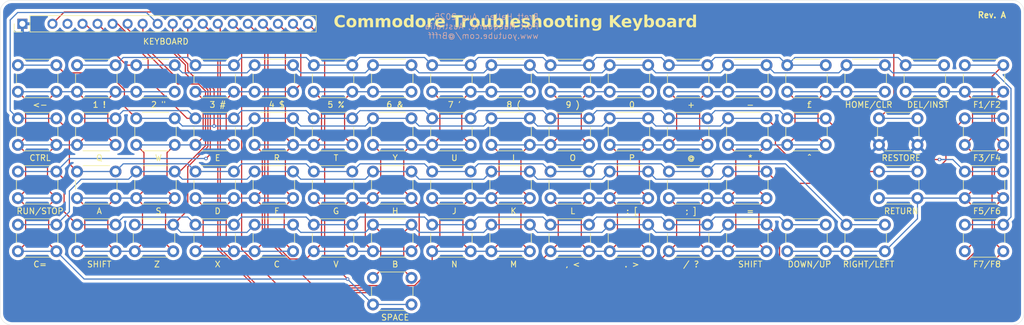
<source format=kicad_pcb>
(kicad_pcb (version 20241229) (generator "pcbnew") (generator_version "9.0")
  (title_block (title "VIC-20 Mini Tactile Keyboard (6mm)") (date "2/Aug/2025") (rev "A") (company "Brett Hallen") (comment 1 "www.youtube.com/@Brfff"))
  (layers (0 "F.Cu" signal) (2 "B.Cu" signal) (13 "F.Paste" user) (15 "B.Paste" user) (5 "F.SilkS" user "F.Silkscreen") (7 "B.SilkS" user "B.Silkscreen") (1 "F.Mask" user) (3 "B.Mask" user) (25 "Edge.Cuts" user))
  (net 0 "")
  (net 1 "GND")
  (net 2 "RESTORE")
  (net 3 "COL_C")
  (net 4 "COL_G")
  (net 5 "COL_D")
  (net 6 "ROW_6")
  (net 7 "ROW_1")
  (net 8 "ROW_0")
  (net 9 "COL_B")
  (net 10 "ROW_7")
  (net 11 "COL_A")
  (net 12 "COL_F")
  (net 13 "ROW_2")
  (net 14 "ROW_4")
  (net 15 "COL_H")
  (net 16 "ROW_3")
  (net 17 "COL_E")
  (net 18 "ROW_5")
  (footprint "Button_Switch_THT:SW_PUSH_6mm" (layer "F.Cu") (at 41.96 52.38)
    (property "Reference" "SW59" (hide yes))
    (property "Value" "W")
  )
  (footprint "Button_Switch_THT:SW_PUSH_6mm" (layer "F.Cu") (at 51.96 61.38)
    (property "Reference" "SW54" (hide yes))
    (property "Value" "D")
  )
  (footprint "Button_Switch_THT:SW_PUSH_6mm" (layer "F.Cu") (at 81.96 43.38)
    (property "Reference" "SW34" (hide yes))
    (property "Value" "6 &")
  )
  (footprint "Button_Switch_THT:SW_PUSH_6mm" (layer "F.Cu") (at 41.71 70.38)
    (property "Reference" "SW47" (hide yes))
    (property "Value" "Z")
  )
  (footprint "Button_Switch_THT:SW_PUSH_6mm" (layer "F.Cu") (at 141.96 70.38)
    (property "Reference" "SW12" (hide yes))
    (property "Value" "SHIFT")
  )
  (footprint "Button_Switch_THT:SW_PUSH_6mm" (layer "F.Cu") (at 71.96 52.38)
    (property "Reference" "SW38" (hide yes))
    (property "Value" "T")
  )
  (footprint "Button_Switch_THT:SW_PUSH_6mm" (layer "F.Cu") (at 61.96 52.38)
    (property "Reference" "SW58" (hide yes))
    (property "Value" "R")
  )
  (footprint "Button_Switch_THT:SW_PUSH_6mm" (layer "F.Cu") (at 21.96 70.38)
    (property "Reference" "SW41" (hide yes))
    (property "Value" "C=")
  )
  (footprint "Button_Switch_THT:SW_PUSH_6mm" (layer "F.Cu") (at 161.96 43.38)
    (property "Reference" "SW9" (hide yes))
    (property "Value" "HOME/CLR")
  )
  (footprint "Button_Switch_THT:SW_PUSH_6mm" (layer "F.Cu") (at 81.96 79.38)
    (property "Reference" "SW45" (hide yes))
    (property "Value" "SPACE")
  )
  (footprint "Button_Switch_THT:SW_PUSH_6mm" (layer "F.Cu") (at 81.96 52.38)
    (property "Reference" "SW60" (hide yes))
    (property "Value" "Y")
  )
  (footprint "Button_Switch_THT:SW_PUSH_6mm" (layer "F.Cu") (at 131.96 52.38)
    (property "Reference" "SW20" (hide yes))
    (property "Value" "@")
  )
  (footprint "Button_Switch_THT:SW_PUSH_6mm" (layer "F.Cu") (at 131.96 43.38)
    (property "Reference" "SW32" (hide yes))
    (property "Value" "+")
  )
  (footprint "Button_Switch_THT:SW_PUSH_6mm" (layer "F.Cu") (at 81.96 61.38)
    (property "Reference" "SW44" (hide yes))
    (property "Value" "H")
  )
  (footprint "Button_Switch_THT:SW_PUSH_6mm" (layer "F.Cu") (at 71.96 61.38)
    (property "Reference" "SW56" (hide yes))
    (property "Value" "G")
  )
  (footprint "Button_Switch_THT:SW_PUSH_6mm" (layer "F.Cu") (at 141.96 52.38)
    (property "Reference" "SW15" (hide yes))
    (property "Value" "*")
  )
  (footprint "Button_Switch_THT:SW_PUSH_6mm" (layer "F.Cu") (at 121.96 43.38)
    (property "Reference" "SW17" (hide yes))
    (property "Value" "0")
  )
  (footprint "Button_Switch_THT:SW_PUSH_6mm" (layer "F.Cu") (at 71.96 70.38)
    (property "Reference" "SW52" (hide yes))
    (property "Value" "V")
  )
  (footprint "Button_Switch_THT:SW_PUSH_6mm" (layer "F.Cu") (at 171.96 43.38)
    (property "Reference" "SW8" (hide yes))
    (property "Value" "DEL/INST")
  )
  (footprint "Button_Switch_THT:SW_PUSH_6mm" (layer "F.Cu") (at 131.96 70.38)
    (property "Reference" "SW13" (hide yes))
    (property "Value" "/ ?")
  )
  (footprint "Button_Switch_THT:SW_PUSH_6mm" (layer "F.Cu") (at 31.96 43.38)
    (property "Reference" "SW61" (hide yes))
    (property "Value" "1 !")
  )
  (footprint "Button_Switch_THT:SW_PUSH_6mm" (layer "F.Cu") (at 181.96 70.38)
    (property "Reference" "SW1" (hide yes))
    (property "Value" "F7/F8")
  )
  (footprint "Connector_PinHeader_2.54mm:PinHeader_1x20_P2.54mm_Vertical" (layer "F.Cu") (at 22.72 36.38 90)
    (property "Reference" "J1" (hide yes))
    (property "Value" "KEYBOARD")
  )
  (footprint "Button_Switch_THT:SW_PUSH_6mm" (layer "F.Cu") (at 101.96 43.38)
    (property "Reference" "SW36" (hide yes))
    (property "Value" "8 (")
  )
  (footprint "Button_Switch_THT:SW_PUSH_6mm" (layer "F.Cu") (at 101.96 61.38)
    (property "Reference" "SW21" (hide yes))
    (property "Value" "K")
  )
  (footprint "Button_Switch_THT:SW_PUSH_6mm" (layer "F.Cu") (at 111.96 61.38)
    (property "Reference" "SW28" (hide yes))
    (property "Value" "L")
  )
  (footprint "Button_Switch_THT:SW_PUSH_6mm" (layer "F.Cu") (at 51.96 52.38)
    (property "Reference" "SW39" (hide yes))
    (property "Value" "E")
  )
  (footprint "Button_Switch_THT:SW_PUSH_6mm" (layer "F.Cu") (at 141.96 43.38)
    (property "Reference" "SW18" (hide yes))
    (property "Value" "-")
  )
  (footprint "Button_Switch_THT:SW_PUSH_6mm" (layer "F.Cu") (at 91.96 70.38)
    (property "Reference" "SW25" (hide yes))
    (property "Value" "N")
  )
  (footprint "Button_Switch_THT:SW_PUSH_6mm" (layer "F.Cu") (at 31.96 70.38)
    (property "Reference" "SW51" (hide yes))
    (property "Value" "SHIFT")
  )
  (footprint "Button_Switch_THT:SW_PUSH_6mm" (layer "F.Cu") (at 121.96 61.38)
    (property "Reference" "SW22" (hide yes))
    (property "Value" ": [")
  )
  (footprint "Button_Switch_THT:SW_PUSH_6mm" (layer "F.Cu") (at 167.46 61.38)
    (property "Reference" "SW7" (hide yes))
    (property "Value" "RETURN")
  )
  (footprint "Button_Switch_THT:SW_PUSH_6mm" (layer "F.Cu") (at 111.96 52.38)
    (property "Reference" "SW19" (hide yes))
    (property "Value" "O")
  )
  (footprint "Button_Switch_THT:SW_PUSH_6mm" (layer "F.Cu") (at 131.96 61.38)
    (property "Reference" "SW14" (hide yes))
    (property "Value" "; ]")
  )
  (footprint "Button_Switch_THT:SW_PUSH_6mm" (layer "F.Cu") (at 151.96 52.38)
    (property "Reference" "SW10" (hide yes))
    (property "Value" "^")
  )
  (footprint "Button_Switch_THT:SW_PUSH_6mm" (layer "F.Cu") (at 21.96 43.38)
    (property "Reference" "SW57" (hide yes))
    (property "Value" "<-")
  )
  (footprint "Button_Switch_THT:SW_PUSH_6mm" (layer "F.Cu") (at 121.96 70.38)
    (property "Reference" "SW24" (hide yes))
    (property "Value" ". >")
  )
  (footprint "Button_Switch_THT:SW_PUSH_6mm" (layer "F.Cu") (at 61.96 61.38)
    (property "Reference" "SW42" (hide yes))
    (property "Value" "F")
  )
  (footprint "Button_Switch_THT:SW_PUSH_6mm" (layer "F.Cu") (at 91.96 61.38)
    (property "Reference" "SW27" (hide yes))
    (property "Value" "J")
  )
  (footprint "Button_Switch_THT:SW_PUSH_6mm" (layer "F.Cu") (at 81.96 70.38)
    (property "Reference" "SW48" (hide yes))
    (property "Value" "B")
  )
  (footprint "Button_Switch_THT:SW_PUSH_6mm" (layer "F.Cu") (at 167.46 52.38)
    (property "Reference" "SW65" (hide yes))
    (property "Value" "RESTORE")
  )
  (footprint "Button_Switch_THT:SW_PUSH_6mm" (layer "F.Cu") (at 101.96 52.38)
    (property "Reference" "SW29" (hide yes))
    (property "Value" "I")
  )
  (footprint "Button_Switch_THT:SW_PUSH_6mm" (layer "F.Cu") (at 41.96 61.38)
    (property "Reference" "SW43" (hide yes))
    (property "Value" "S")
  )
  (footprint "Button_Switch_THT:SW_PUSH_6mm" (layer "F.Cu") (at 31.96 61.38)
    (property "Reference" "SW55" (hide yes))
    (property "Value" "A")
  )
  (footprint "Button_Switch_THT:SW_PUSH_6mm" (layer "F.Cu") (at 111.96 43.38)
    (property "Reference" "SW31" (hide yes))
    (property "Value" "9 )")
  )
  (footprint "Button_Switch_THT:SW_PUSH_6mm" (layer "F.Cu") (at 181.96 43.38)
    (property "Reference" "SW4" (hide yes))
    (property "Value" "F1/F2")
  )
  (footprint "Button_Switch_THT:SW_PUSH_6mm" (layer "F.Cu") (at 161.96 70.38)
    (property "Reference" "SW6" (hide yes))
    (property "Value" "RIGHT/LEFT")
  )
  (footprint "Button_Switch_THT:SW_PUSH_6mm" (layer "F.Cu") (at 61.96 43.38)
    (property "Reference" "SW35" (hide yes))
    (property "Value" "4 $")
  )
  (footprint "Button_Switch_THT:SW_PUSH_6mm" (layer "F.Cu") (at 91.96 43.38)
    (property "Reference" "SW64" (hide yes))
    (property "Value" "7 '")
  )
  (footprint "Button_Switch_THT:SW_PUSH_6mm" (layer "F.Cu") (at 111.96 70.38)
    (property "Reference" "SW26" (hide yes))
    (property "Value" ", <")
  )
  (footprint "Button_Switch_THT:SW_PUSH_6mm" (layer "F.Cu") (at 121.96 52.38)
    (property "Reference" "SW30" (hide yes))
    (property "Value" "P")
  )
  (footprint "Button_Switch_THT:SW_PUSH_6mm" (layer "F.Cu") (at 51.96 70.38)
    (property "Reference" "SW50" (hide yes))
    (property "Value" "X")
  )
  (footprint "Button_Switch_THT:SW_PUSH_6mm" (layer "F.Cu") (at 91.96 52.38)
    (property "Reference" "SW40" (hide yes))
    (property "Value" "U")
  )
  (footprint "Button_Switch_THT:SW_PUSH_6mm" (layer "F.Cu") (at 61.96 70.38)
    (property "Reference" "SW46" (hide yes))
    (property "Value" "C")
  )
  (footprint "Button_Switch_THT:SW_PUSH_6mm" (layer "F.Cu") (at 51.96 43.38)
    (property "Reference" "SW63" (hide yes))
    (property "Value" "3 #")
  )
  (footprint "Button_Switch_THT:SW_PUSH_6mm" (layer "F.Cu") (at 151.96 43.38)
    (property "Reference" "SW16" (hide yes))
    (property "Value" "£")
  )
  (footprint "Button_Switch_THT:SW_PUSH_6mm" (layer "F.Cu") (at 181.96 52.38)
    (property "Reference" "SW3" (hide yes))
    (property "Value" "F3/F4")
  )
  (footprint "Button_Switch_THT:SW_PUSH_6mm" (layer "F.Cu") (at 31.96 52.38)
    (property "Reference" "SW37" (hide yes))
    (property "Value" "Q")
  )
  (footprint "Button_Switch_THT:SW_PUSH_6mm" (layer "F.Cu") (at 71.96 43.38)
    (property "Reference" "SW62" (hide yes))
    (property "Value" "5 %")
  )
  (footprint "Button_Switch_THT:SW_PUSH_6mm" (layer "F.Cu") (at 41.96 43.38)
    (property "Reference" "SW33" (hide yes))
    (property "Value" "2 \"")
  )
  (footprint "Button_Switch_THT:SW_PUSH_6mm" (layer "F.Cu") (at 101.96 70.38)
    (property "Reference" "SW23" (hide yes))
    (property "Value" "M")
  )
  (footprint "Button_Switch_THT:SW_PUSH_6mm" (layer "F.Cu") (at 141.96 61.38)
    (property "Reference" "SW11" (hide yes))
    (property "Value" "=")
  )
  (footprint "Button_Switch_THT:SW_PUSH_6mm" (layer "F.Cu") (at 21.96 52.38)
    (property "Reference" "SW53" (hide yes))
    (property "Value" "CTRL")
  )
  (footprint "Button_Switch_THT:SW_PUSH_6mm" (layer "F.Cu") (at 21.96 61.38)
    (property "Reference" "SW49" (hide yes))
    (property "Value" "RUN/STOP")
  )
  (footprint "Button_Switch_THT:SW_PUSH_6mm" (layer "F.Cu") (at 181.96 61.38)
    (property "Reference" "SW2" (hide yes))
    (property "Value" "F5/F6")
  )
  (footprint "Button_Switch_THT:SW_PUSH_6mm" (layer "F.Cu") (at 151.96 70.38)
    (property "Reference" "SW5" (hide yes))
    (property "Value" "DOWN/UP")
  )
  (gr_line (start 189.96 87.38) (end 20.96 87.38) (stroke (width 0.05)) (layer "Edge.Cuts"))
  (gr_line (start 18.96 85.38) (end 18.96 34.38) (stroke (width 0.05)) (layer "Edge.Cuts"))
  (gr_line (start 191.96 34.38) (end 191.96 85.38) (stroke (width 0.05)) (layer "Edge.Cuts"))
  (gr_arc (start 191.96 85.38) (mid 191.374214 86.794214) (end 189.96 87.38) (stroke (width 0.05)) (layer "Edge.Cuts"))
  (gr_arc (start 189.96 32.38) (mid 191.374214 32.965786) (end 191.96 34.38) (stroke (width 0.05)) (layer "Edge.Cuts"))
  (gr_arc (start 18.96 34.38) (mid 19.545786 32.965786) (end 20.96 32.38) (stroke (width 0.05)) (layer "Edge.Cuts"))
  (gr_line (start 20.96 32.38) (end 189.96 32.38) (stroke (width 0.05)) (layer "Edge.Cuts"))
  (gr_arc (start 20.96 87.38) (mid 19.545786 86.794214) (end 18.96 85.38) (stroke (width 0.05)) (layer "Edge.Cuts"))
  (gr_text "Commodore Troubleshooting Keyboard" (at 75.3 37.3 0) (layer "F.SilkS") (effects (font (size 2 2) (thickness 0.3) (bold yes)) (justify left bottom)))
  (gr_text "Rev. A" (at 184.05 35.49 0) (layer "F.SilkS") (effects (font (size 1 1) (thickness 0.2) (bold yes)) (justify left bottom)))
  (gr_text "Brett Hallen, Aug 2025\nPort Macquarie, Australia\nwww.youtube.com/@Brfff" (at 110 39 0) (layer "B.SilkS") (effects (font (size 1 1) (thickness 0.1)) (justify left bottom mirror)))
  (segment (start 169.96 40.38) (end 163.96 34.38) (width 0.2) (layer "F.Cu") (net 2))
  (segment (start 169.96 49.88) (end 169.96 40.38) (width 0.2) (layer "F.Cu") (net 2))
  (segment (start 163.96 34.38) (end 29.8 34.38) (width 0.2) (layer "F.Cu") (net 2))
  (segment (start 167.46 52.38) (end 169.96 49.88) (width 0.2) (layer "F.Cu") (net 2))
  (segment (start 29.8 34.38) (end 27.8 36.38) (width 0.2) (layer "F.Cu") (net 2))
  (segment (start 167.46 52.38) (end 173.96 52.38) (width 0.2) (layer "B.Cu") (net 2))
  (segment (start 67.159 37.639) (end 65.9 36.38) (width 0.2) (layer "F.Cu") (net 3))
  (segment (start 63.261 58.181) (end 63.261 64.579) (width 0.2) (layer "F.Cu") (net 3))
  (segment (start 78.46 47.88) (end 77.159 49.181) (width 0.2) (layer "F.Cu") (net 3))
  (segment (start 71.96 47.88) (end 73.261 49.181) (width 0.2) (layer "F.Cu") (net 3))
  (segment (start 67.159 58.181) (end 67.159 64.579) (width 0.2) (layer "F.Cu") (net 3))
  (segment (start 51.96 65.88) (end 53.261 67.181) (width 0.2) (layer "F.Cu") (net 3))
  (segment (start 68.46 56.88) (end 67.159 58.181) (width 0.2) (layer "F.Cu") (net 3))
  (segment (start 77.159 55.579) (end 78.46 56.88) (width 0.2) (layer "F.Cu") (net 3))
  (segment (start 77.159 49.181) (end 77.159 55.579) (width 0.2) (layer "F.Cu") (net 3))
  (segment (start 61.96 56.88) (end 63.261 58.181) (width 0.2) (layer "F.Cu") (net 3))
  (segment (start 73.261 49.181) (end 73.261 55.579) (width 0.2) (layer "F.Cu") (net 3))
  (segment (start 68.46 56.88) (end 67.159 55.579) (width 0.2) (layer "F.Cu") (net 3))
  (segment (start 57.159 67.181) (end 57.159 73.579) (width 0.2) (layer "F.Cu") (net 3))
  (segment (start 53.261 73.579) (end 51.96 74.88) (width 0.2) (layer "F.Cu") (net 3))
  (segment (start 68.46 65.88) (end 66.96 67.38) (width 0.2) (layer "F.Cu") (net 3))
  (segment (start 67.159 55.579) (end 67.159 37.639) (width 0.2) (layer "F.Cu") (net 3))
  (segment (start 58.46 65.88) (end 57.159 67.181) (width 0.2) (layer "F.Cu") (net 3))
  (segment (start 63.261 67.181) (end 63.261 73.579) (width 0.2) (layer "F.Cu") (net 3))
  (segment (start 53.261 67.181) (end 53.261 73.579) (width 0.2) (layer "F.Cu") (net 3))
  (segment (start 73.261 55.579) (end 71.96 56.88) (width 0.2) (layer "F.Cu") (net 3))
  (segment (start 66.96 67.38) (end 66.96 73.38) (width 0.2) (layer "F.Cu") (net 3))
  (segment (start 61.96 65.88) (end 63.261 67.181) (width 0.2) (layer "F.Cu") (net 3))
  (segment (start 66.96 73.38) (end 68.46 74.88) (width 0.2) (layer "F.Cu") (net 3))
  (segment (start 57.159 73.579) (end 58.46 74.88) (width 0.2) (layer "F.Cu") (net 3))
  (segment (start 67.159 64.579) (end 68.46 65.88) (width 0.2) (layer "F.Cu") (net 3))
  (segment (start 63.261 73.579) (end 61.96 74.88) (width 0.2) (layer "F.Cu") (net 3))
  (segment (start 63.261 64.579) (end 61.96 65.88) (width 0.2) (layer "F.Cu") (net 3))
  (segment (start 61.96 56.88) (end 78.46 56.88) (width 0.2) (layer "B.Cu") (net 3))
  (segment (start 71.96 47.88) (end 88.46 47.88) (width 0.2) (layer "B.Cu") (net 3))
  (segment (start 51.96 74.88) (end 68.46 74.88) (width 0.2) (layer "B.Cu") (net 3))
  (segment (start 51.96 65.88) (end 68.46 65.88) (width 0.2) (layer "B.Cu") (net 3))
  (segment (start 151.96 47.88) (end 153.261 49.181) (width 0.2) (layer "F.Cu") (net 4))
  (segment (start 153.261 49.181) (end 153.261 55.579) (width 0.2) (layer "F.Cu") (net 4))
  (segment (start 56.15 36.79) (end 55.74 36.38) (width 0.2) (layer "F.Cu") (net 4))
  (segment (start 148.46 65.88) (end 147.159 67.181) (width 0.2) (layer "F.Cu") (net 4))
  (segment (start 133.261 67.181) (end 133.261 73.579) (width 0.2) (layer "F.Cu") (net 4))
  (segment (start 157.159 55.579) (end 158.46 56.88) (width 0.2) (layer "F.Cu") (net 4))
  (segment (start 143.261 67.181) (end 143.261 73.579) (width 0.2) (layer "F.Cu") (net 4))
  (segment (start 148.46 56.88) (end 147.159 58.181) (width 0.2) (layer "F.Cu") (net 4))
  (segment (start 147.159 67.181) (end 147.159 73.579) (width 0.2) (layer "F.Cu") (net 4))
  (segment (start 143.261 64.579) (end 141.96 65.88) (width 0.2) (layer "F.Cu") (net 4))
  (segment (start 153.261 55.579) (end 151.96 56.88) (width 0.2) (layer "F.Cu") (net 4))
  (segment (start 141.96 56.88) (end 143.261 58.181) (width 0.2) (layer "F.Cu") (net 4))
  (segment (start 143.261 58.181) (end 143.261 64.579) (width 0.2) (layer "F.Cu") (net 4))
  (segment (start 143.261 73.579) (end 141.96 74.88) (width 0.2) (layer "F.Cu") (net 4))
  (segment (start 133.261 73.579) (end 131.96 74.88) (width 0.2) (layer "F.Cu") (net 4))
  (segment (start 131.96 65.88) (end 133.261 67.181) (width 0.2) (layer "F.Cu") (net 4))
  (segment (start 157.159 49.181) (end 157.159 55.579) (width 0.2) (layer "F.Cu") (net 4))
  (segment (start 141.96 65.88) (end 143.261 67.181) (width 0.2) (layer "F.Cu") (net 4))
  (segment (start 125.357 81.483) (end 63.223108 81.483) (width 0.2) (layer "F.Cu") (net 4))
  (segment (start 138.46 65.88) (end 137.159 67.181) (width 0.2) (layer "F.Cu") (net 4))
  (segment (start 147.159 73.579) (end 148.46 74.88) (width 0.2) (layer "F.Cu") (net 4))
  (segment (start 147.159 64.579) (end 148.46 65.88) (width 0.2) (layer "F.Cu") (net 4))
  (segment (start 63.223108 81.483) (end 56.15 74.409892) (width 0.2) (layer "F.Cu") (net 4))
  (segment (start 131.96 74.88) (end 125.357 81.483) (width 0.2) (layer "F.Cu") (net 4))
  (segment (start 137.159 67.181) (end 137.159 73.579) (width 0.2) (layer "F.Cu") (net 4))
  (segment (start 56.15 74.409892) (end 56.15 36.79) (width 0.2) (layer "F.Cu") (net 4))
  (segment (start 137.159 73.579) (end 138.46 74.88) (width 0.2) (layer "F.Cu") (net 4))
  (segment (start 158.46 47.88) (end 157.159 49.181) (width 0.2) (layer "F.Cu") (net 4))
  (segment (start 147.159 58.181) (end 147.159 64.579) (width 0.2) (layer "F.Cu") (net 4))
  (segment (start 148.46 65.88) (end 131.96 65.88) (width 0.2) (layer "B.Cu") (net 4))
  (segment (start 151.96 47.88) (end 168.46 47.88) (width 0.2) (layer "B.Cu") (net 4))
  (segment (start 141.96 56.88) (end 158.46 56.88) (width 0.2) (layer "B.Cu") (net 4))
  (segment (start 131.96 74.88) (end 148.46 74.88) (width 0.2) (layer "B.Cu") (net 4))
  (segment (start 93.261 55.579) (end 91.96 56.88) (width 0.2) (layer "F.Cu") (net 5))
  (segment (start 83.261 64.579) (end 83.261 58.181) (width 0.2) (layer "F.Cu") (net 5))
  (segment (start 73.261 67.181) (end 73.261 73.579) (width 0.2) (layer "F.Cu") (net 5))
  (segment (start 88.46 65.88) (end 89.761 67.181) (width 0.2) (layer "F.Cu") (net 5))
  (segment (start 87.159 58.181) (end 87.159 64.579) (width 0.2) (layer "F.Cu") (net 5))
  (segment (start 88.46 56.88) (end 87.159 58.181) (width 0.2) (layer "F.Cu") (net 5))
  (segment (start 64.21 37.23) (end 63.36 36.38) (width 0.2) (layer "F.Cu") (net 5))
  (segment (start 70.659 76.181) (end 67.921108 76.181) (width 0.2) (layer "F.Cu") (net 5))
  (segment (start 64.21 72.469892) (end 64.21 37.23) (width 0.2) (layer "F.Cu") (net 5))
  (segment (start 81.96 65.88) (end 80.659 67.181) (width 0.2) (layer "F.Cu") (net 5))
  (segment (start 81.96 65.88) (end 83.261 64.579) (width 0.2) (layer "F.Cu") (net 5))
  (segment (start 77.159 67.181) (end 77.159 73.579) (width 0.2) (layer "F.Cu") (net 5))
  (segment (start 93.261 49.181) (end 93.261 55.579) (width 0.2) (layer "F.Cu") (net 5))
  (segment (start 67.921108 76.181) (end 64.21 72.469892) (width 0.2) (layer "F.Cu") (net 5))
  (segment (start 91.96 47.88) (end 93.261 49.181) (width 0.2) (layer "F.Cu") (net 5))
  (segment (start 83.261 58.181) (end 81.96 56.88) (width 0.2) (layer "F.Cu") (net 5))
  (segment (start 87.159 64.579) (end 88.46 65.88) (width 0.2) (layer "F.Cu") (net 5))
  (segment (start 96.96 55.38) (end 98.46 56.88) (width 0.2) (layer "F.Cu") (net 5))
  (segment (start 71.96 74.88) (end 70.659 76.181) (width 0.2) (layer "F.Cu") (net 5))
  (segment (start 89.761 67.181) (end 89.761 73.579) (width 0.2) (layer "F.Cu") (net 5))
  (segment (start 71.96 65.88) (end 73.261 67.181) (width 0.2) (layer "F.Cu") (net 5))
  (segment (start 78.46 65.88) (end 77.159 67.181) (width 0.2) (layer "F.Cu") (net 5))
  (segment (start 73.261 73.579) (end 71.96 74.88) (width 0.2) (layer "F.Cu") (net 5))
  (segment (start 80.659 67.181) (end 80.659 73.579) (width 0.2) (layer "F.Cu") (net 5))
  (segment (start 77.159 73.579) (end 78.46 74.88) (width 0.2) (layer "F.Cu") (net 5))
  (segment (start 96.96 49.38) (end 96.96 55.38) (width 0.2) (layer "F.Cu") (net 5))
  (segment (start 80.659 73.579) (end 81.96 74.88) (width 0.2) (layer "F.Cu") (net 5))
  (segment (start 89.761 73.579) (end 88.46 74.88) (width 0.2) (layer "F.Cu") (net 5))
  (segment (start 98.46 47.88) (end 96.96 49.38) (width 0.2) (layer "F.Cu") (net 5))
  (segment (start 71.96 65.88) (end 88.46 65.88) (width 0.2) (layer "B.Cu") (net 5))
  (segment (start 71.96 74.88) (end 88.46 74.88) (width 0.2) (layer "B.Cu") (net 5))
  (segment (start 91.96 47.88) (end 108.46 47.88) (width 0.2) (layer "B.Cu") (net 5))
  (segment (start 81.96 56.88) (end 98.46 56.88) (width 0.2) (layer "B.Cu") (net 5))
  (segment (start 50.545787 52.38) (end 43.96 45.794213) (width 0.2) (layer "F.Cu") (net 6))
  (segment (start 43.96 42.38) (end 42.96 41.38) (width 0.2) (layer "F.Cu") (net 6))
  (segment (start 40.42 41.38) (end 35.42 36.38) (width 0.2) (layer "F.Cu") (net 6))
  (segment (start 51.96 52.38) (end 50.545787 52.38) (width 0.2) (layer "F.Cu") (net 6))
  (segment (start 165.43 59.35) (end 158.46 52.38) (width 0.2) (layer "F.Cu") (net 6))
  (segment (start 43.96 45.794213) (end 43.96 42.38) (width 0.2) (layer "F.Cu") (net 6))
  (segment (start 42.96 41.38) (end 40.42 41.38) (width 0.2) (layer "F.Cu") (net 6))
  (segment (start 177.68 59.35) (end 165.43 59.35) (width 0.2) (layer "F.Cu") (net 6))
  (via (at 177.68 59.35) (size 0.6) (drill 0.3) (layers "F.Cu" "B.Cu") (net 6))
  (segment (start 50.659 51.079) (end 39.761 51.079) (width 0.2) (layer "B.Cu") (net 6))
  (segment (start 98.46 52.38) (end 91.96 52.38) (width 0.2) (layer "B.Cu") (net 6))
  (segment (start 139.761 51.079) (end 150.659 51.079) (width 0.2) (layer "B.Cu") (net 6))
  (segment (start 138.46 52.38) (end 139.761 51.079) (width 0.2) (layer "B.Cu") (net 6))
  (segment (start 150.659 51.079) (end 151.96 52.38) (width 0.2) (layer "B.Cu") (net 6))
  (segment (start 181.96 61.38) (end 179.93 59.35) (width 0.2) (layer "B.Cu") (net 6))
  (segment (start 39.761 51.079) (end 38.46 52.38) (width 0.2) (layer "B.Cu") (net 6))
  (segment (start 70.659 51.079) (end 59.761 51.079) (width 0.2) (layer "B.Cu") (net 6))
  (segment (start 31.96 52.38) (end 38.46 52.38) (width 0.2) (layer "B.Cu") (net 6))
  (segment (start 138.46 52.38) (end 131.96 52.38) (width 0.2) (layer "B.Cu") (net 6))
  (segment (start 78.46 52.38) (end 71.96 52.38) (width 0.2) (layer "B.Cu") (net 6))
  (segment (start 51.96 52.38) (end 58.46 52.38) (width 0.2) (layer "B.Cu") (net 6))
  (segment (start 91.96 52.38) (end 90.659 51.079) (width 0.2) (layer "B.Cu") (net 6))
  (segment (start 111.96 52.38) (end 110.659 51.079) (width 0.2) (layer "B.Cu") (net 6))
  (segment (start 111.96 52.38) (end 118.46 52.38) (width 0.2) (layer "B.Cu") (net 6))
  (segment (start 110.659 51.079) (end 99.761 51.079) (width 0.2) (layer "B.Cu") (net 6))
  (segment (start 71.96 52.38) (end 70.659 51.079) (width 0.2) (layer "B.Cu") (net 6))
  (segment (start 90.659 51.079) (end 79.761 51.079) (width 0.2) (layer "B.Cu") (net 6))
  (segment (start 118.46 52.38) (end 119.761 51.079) (width 0.2) (layer "B.Cu") (net 6))
  (segment (start 59.761 51.079) (end 58.46 52.38) (width 0.2) (layer "B.Cu") (net 6))
  (segment (start 181.96 61.38) (end 188.46 61.38) (width 0.2) (layer "B.Cu") (net 6))
  (segment (start 158.46 52.38) (end 151.96 52.38) (width 0.2) (layer "B.Cu") (net 6))
  (segment (start 79.761 51.079) (end 78.46 52.38) (width 0.2) (layer "B.Cu") (net 6))
  (segment (start 99.761 51.079) (end 98.46 52.38) (width 0.2) (layer "B.Cu") (net 6))
  (segment (start 119.761 51.079) (end 130.659 51.079) (width 0.2) (layer "B.Cu") (net 6))
  (segment (start 51.96 52.38) (end 50.659 51.079) (width 0.2) (layer "B.Cu") (net 6))
  (segment (start 130.659 51.079) (end 131.96 52.38) (width 0.2) (layer "B.Cu") (net 6))
  (segment (start 179.93 59.35) (end 177.68 59.35) (width 0.2) (layer "B.Cu") (net 6))
  (segment (start 29.761 44.681) (end 37.100892 44.681) (width 0.2) (layer "F.Cu") (net 7))
  (segment (start 51.726 45.376) (end 52.997192 45.376) (width 0.2) (layer "F.Cu") (net 7))
  (segment (start 48.12 40.633008) (end 50.66 43.173008) (width 0.2) (layer "F.Cu") (net 7))
  (segment (start 55.11 47.488808) (end 55.11 53.681) (width 0.2) (layer "F.Cu") (net 7))
  (segment (start 37.100892 44.681) (end 39.96 47.540108) (width 0.2) (layer "F.Cu") (net 7))
  (segment (start 50.66 44.31) (end 51.726 45.376) (width 0.2) (layer "F.Cu") (net 7))
  (segment (start 28.46 43.38) (end 29.761 44.681) (width 0.2) (layer "F.Cu") (net 7))
  (segment (start 39.96 47.540108) (end 39.96 50.38) (width 0.2) (layer "F.Cu") (net 7))
  (segment (start 48.12 36.38) (end 48.12 40.633008) (width 0.2) (layer "F.Cu") (net 7))
  (segment (start 39.96 50.38) (end 41.96 52.38) (width 0.2) (layer "F.Cu") (net 7))
  (segment (start 154.620108 61.38) (end 149.96 56.719892) (width 0.2) (layer "F.Cu") (net 7))
  (segment (start 52.997192 45.376) (end 55.11 47.488808) (width 0.2) (layer "F.Cu") (net 7))
  (segment (start 50.66 43.173008) (end 50.66 44.31) (width 0.2) (layer "F.Cu") (net 7))
  (segment (start 167.46 61.38) (end 154.620108 61.38) (width 0.2) (layer "F.Cu") (net 7))
  (segment (start 149.96 53.88) (end 148.46 52.38) (width 0.2) (layer "F.Cu") (net 7))
  (segment (start 149.96 56.719892) (end 149.96 53.88) (width 0.2) (layer "F.Cu") (net 7))
  (via (at 55.11 53.681) (size 0.6) (drill 0.3) (layers "F.Cu" "B.Cu") (net 7))
  (segment (start 109.761 53.681) (end 120.659 53.681) (width 0.2) (layer "B.Cu") (net 7))
  (segment (start 68.46 52.38) (end 69.761 53.681) (width 0.2) (layer "B.Cu") (net 7))
  (segment (start 21.96 43.38) (end 28.46 43.38) (width 0.2) (layer "B.Cu") (net 7))
  (segment (start 100.659 53.681) (end 101.96 52.38) (width 0.2) (layer "B.Cu") (net 7))
  (segment (start 55.11 53.681) (end 60.659 53.681) (width 0.2) (layer "B.Cu") (net 7))
  (segment (start 49.761 53.681) (end 55.11 53.681) (width 0.2) (layer "B.Cu") (net 7))
  (segment (start 60.659 53.681) (end 61.96 52.38) (width 0.2) (layer "B.Cu") (net 7))
  (segment (start 101.96 52.38) (end 108.46 52.38) (width 0.2) (layer "B.Cu") (net 7))
  (segment (start 61.96 52.38) (end 68.46 52.38) (width 0.2) (layer "B.Cu") (net 7))
  (segment (start 41.96 52.38) (end 48.46 52.38) (width 0.2) (layer "B.Cu") (net 7))
  (segment (start 88.46 52.38) (end 89.761 53.681) (width 0.2) (layer "B.Cu") (net 7))
  (segment (start 69.761 53.681) (end 80.659 53.681) (width 0.2) (layer "B.Cu") (net 7))
  (segment (start 89.761 53.681) (end 100.659 53.681) (width 0.2) (layer "B.Cu") (net 7))
  (segment (start 80.659 53.681) (end 81.96 52.38) (width 0.2) (layer "B.Cu") (net 7))
  (segment (start 140.659 53.681) (end 141.96 52.38) (width 0.2) (layer "B.Cu") (net 7))
  (segment (start 121.96 52.38) (end 128.46 52.38) (width 0.2) (layer "B.Cu") (net 7))
  (segment (start 128.46 52.38) (end 129.761 53.681) (width 0.2) (layer "B.Cu") (net 7))
  (segment (start 48.46 52.38) (end 49.761 53.681) (width 0.2) (layer "B.Cu") (net 7))
  (segment (start 81.96 52.38) (end 88.46 52.38) (width 0.2) (layer "B.Cu") (net 7))
  (segment (start 120.659 53.681) (end 121.96 52.38) (width 0.2) (layer "B.Cu") (net 7))
  (segment (start 108.46 52.38) (end 109.761 53.681) (width 0.2) (layer "B.Cu") (net 7))
  (segment (start 129.761 53.681) (end 140.659 53.681) (width 0.2) (layer "B.Cu") (net 7))
  (segment (start 148.46 52.38) (end 141.96 52.38) (width 0.2) (layer "B.Cu") (net 7))
  (segment (start 173.96 61.38) (end 167.46 61.38) (width 0.2) (layer "B.Cu") (net 7))
  (segment (start 50.66 42.08) (end 50.66 36.38) (width 0.2) (layer "F.Cu") (net 8))
  (segment (start 51.96 43.38) (end 50.66 42.08) (width 0.2) (layer "F.Cu") (net 8))
  (segment (start 171.96 43.38) (end 178.46 43.38) (width 0.2) (layer "B.Cu") (net 8))
  (segment (start 170.659 42.079) (end 171.96 43.38) (width 0.2) (layer "B.Cu") (net 8))
  (segment (start 51.96 43.38) (end 58.46 43.38) (width 0.2) (layer "B.Cu") (net 8))
  (segment (start 119.761 42.079) (end 130.659 42.079) (width 0.2) (layer "B.Cu") (net 8))
  (segment (start 138.46 43.38) (end 139.761 42.079) (width 0.2) (layer "B.Cu") (net 8))
  (segment (start 90.659 42.079) (end 91.96 43.38) (width 0.2) (layer "B.Cu") (net 8))
  (segment (start 110.659 42.079) (end 111.96 43.38) (width 0.2) (layer "B.Cu") (net 8))
  (segment (start 153.261 42.079) (end 170.659 42.079) (width 0.2) (layer "B.Cu") (net 8))
  (segment (start 131.96 43.38) (end 138.46 43.38) (width 0.2) (layer "B.Cu") (net 8))
  (segment (start 150.659 42.079) (end 151.96 43.38) (width 0.2) (layer "B.Cu") (net 8))
  (segment (start 39.761 42.079) (end 50.659 42.079) (width 0.2) (layer "B.Cu") (net 8))
  (segment (start 118.46 43.38) (end 119.761 42.079) (width 0.2) (layer "B.Cu") (net 8))
  (segment (start 79.761 42.079) (end 90.659 42.079) (width 0.2) (layer "B.Cu") (net 8))
  (segment (start 151.96 43.38) (end 158.46 43.38) (width 0.2) (layer "B.Cu") (net 8))
  (segment (start 71.96 43.38) (end 78.46 43.38) (width 0.2) (layer "B.Cu") (net 8))
  (segment (start 91.96 43.38) (end 98.46 43.38) (width 0.2) (layer "B.Cu") (net 8))
  (segment (start 99.761 42.079) (end 110.659 42.079) (width 0.2) (layer "B.Cu") (net 8))
  (segment (start 111.96 43.38) (end 118.46 43.38) (width 0.2) (layer "B.Cu") (net 8))
  (segment (start 98.46 43.38) (end 99.761 42.079) (width 0.2) (layer "B.Cu") (net 8))
  (segment (start 38.46 43.38) (end 39.761 42.079) (width 0.2) (layer "B.Cu") (net 8))
  (segment (start 31.96 43.38) (end 38.46 43.38) (width 0.2) (layer "B.Cu") (net 8))
  (segment (start 59.761 42.079) (end 70.659 42.079) (width 0.2) (layer "B.Cu") (net 8))
  (segment (start 50.659 42.079) (end 51.96 43.38) (width 0.2) (layer "B.Cu") (net 8))
  (segment (start 139.761 42.079) (end 150.659 42.079) (width 0.2) (layer "B.Cu") (net 8))
  (segment (start 130.659 42.079) (end 131.96 43.38) (width 0.2) (layer "B.Cu") (net 8))
  (segment (start 78.46 43.38) (end 79.761 42.079) (width 0.2) (layer "B.Cu") (net 8))
  (segment (start 70.659 42.079) (end 71.96 43.38) (width 0.2) (layer "B.Cu") (net 8))
  (segment (start 58.46 43.38) (end 59.761 42.079) (width 0.2) (layer "B.Cu") (net 8))
  (segment (start 151.96 43.38) (end 153.261 42.079) (width 0.2) (layer "B.Cu") (net 8))
  (segment (start 58.46 47.88) (end 57.159 49.181) (width 0.2) (layer "F.Cu") (net 9))
  (segment (start 68.46 47.88) (end 69.761 46.579) (width 0.2) (layer "F.Cu") (net 9))
  (segment (start 51.96 47.88) (end 53.261 49.181) (width 0.2) (layer "F.Cu") (net 9))
  (segment (start 41.96 65.88) (end 43.011 66.931) (width 0.2) (layer "F.Cu") (net 9))
  (segment (start 46.909 73.579) (end 48.21 74.88) (width 0.2) (layer "F.Cu") (net 9))
  (segment (start 33.261 67.181) (end 33.261 73.579) (width 0.2) (layer "F.Cu") (net 9))
  (segment (start 57.159 49.181) (end 57.159 55.579) (width 0.2) (layer "F.Cu") (net 9))
  (segment (start 41.96 56.88) (end 43.261 58.181) (width 0.2) (layer "F.Cu") (net 9))
  (segment (start 37.159 73.579) (end 38.46 74.88) (width 0.2) (layer "F.Cu") (net 9))
  (segment (start 37.159 67.181) (end 37.159 73.579) (width 0.2) (layer "F.Cu") (net 9))
  (segment (start 43.261 58.181) (end 43.261 64.579) (width 0.2) (layer "F.Cu") (net 9))
  (segment (start 43.011 73.579) (end 41.71 74.88) (width 0.2) (layer "F.Cu") (net 9))
  (segment (start 53.261 49.181) (end 53.261 55.579) (width 0.2) (layer "F.Cu") (net 9))
  (segment (start 38.46 65.88) (end 37.159 67.181) (width 0.2) (layer "F.Cu") (net 9))
  (segment (start 47.159 64.579) (end 48.46 65.88) (width 0.2) (layer "F.Cu") (net 9))
  (segment (start 31.96 65.88) (end 33.261 67.181) (width 0.2) (layer "F.Cu") (net 9))
  (segment (start 47.159 58.181) (end 47.159 64.579) (width 0.2) (layer "F.Cu") (net 9))
  (segment (start 69.761 37.701) (end 68.44 36.38) (width 0.2) (layer "F.Cu") (net 9))
  (segment (start 43.011 66.931) (end 43.011 73.579) (width 0.2) (layer "F.Cu") (net 9))
  (segment (start 48.46 56.88) (end 47.159 58.181) (width 0.2) (layer "F.Cu") (net 9))
  (segment (start 46.909 67.431) (end 46.909 73.579) (width 0.2) (layer "F.Cu") (net 9))
  (segment (start 57.159 55.579) (end 58.46 56.88) (width 0.2) (layer "F.Cu") (net 9))
  (segment (start 33.261 73.579) (end 31.96 74.88) (width 0.2) (layer "F.Cu") (net 9))
  (segment (start 43.261 64.579) (end 41.96 65.88) (width 0.2) (layer "F.Cu") (net 9))
  (segment (start 53.261 55.579) (end 51.96 56.88) (width 0.2) (layer "F.Cu") (net 9))
  (segment (start 48.46 65.88) (end 46.909 67.431) (width 0.2) (layer "F.Cu") (net 9))
  (segment (start 69.761 46.579) (end 69.761 37.701) (width 0.2) (layer "F.Cu") (net 9))
  (segment (start 51.96 47.88) (end 68.46 47.88) (width 0.2) (layer "B.Cu") (net 9))
  (segment (start 31.96 74.88) (end 48.21 74.88) (width 0.2) (layer "B.Cu") (net 9))
  (segment (start 41.96 56.88) (end 58.46 56.88) (width 0.2) (layer "B.Cu") (net 9))
  (segment (start 31.96 65.88) (end 48.46 65.88) (width 0.2) (layer "B.Cu") (net 9))
  (segment (start 32.88 36.38) (end 33.299892 36.38) (width 0.2) (layer "F.Cu") (net 10))
  (segment (start 33.299892 36.38) (end 40.299892 43.38) (width 0.2) (layer "F.Cu") (net 10))
  (segment (start 40.299892 43.38) (end 41.96 43.38) (width 0.2) (layer "F.Cu") (net 10))
  (segment (start 108.46 43.38) (end 109.761 44.681) (width 0.2) (layer "B.Cu") (net 10))
  (segment (start 121.96 43.38) (end 128.46 43.38) (width 0.2) (layer "B.Cu") (net 10))
  (segment (start 60.659 44.681) (end 61.96 43.38) (width 0.2) (layer "B.Cu") (net 10))
  (segment (start 149.761 44.681) (end 160.659 44.681) (width 0.2) (layer "B.Cu") (net 10))
  (segment (start 141.96 43.38) (end 148.46 43.38) (width 0.2) (layer "B.Cu") (net 10))
  (segment (start 169.761 44.681) (end 168.46 43.38) (width 0.2) (layer "B.Cu") (net 10))
  (segment (start 161.96 43.38) (end 168.46 43.38) (width 0.2) (layer "B.Cu") (net 10))
  (segment (start 187.100892 44.681) (end 169.761 44.681) (width 0.2) (layer "B.Cu") (net 10))
  (segment (start 49.761 44.681) (end 60.659 44.681) (width 0.2) (layer "B.Cu") (net 10))
  (segment (start 120.659 44.681) (end 121.96 43.38) (width 0.2) (layer "B.Cu") (net 10))
  (segment (start 80.659 44.681) (end 81.96 43.38) (width 0.2) (layer "B.Cu") (net 10))
  (segment (start 68.46 43.38) (end 69.761 44.681) (width 0.2) (layer "B.Cu") (net 10))
  (segment (start 101.96 43.38) (end 108.46 43.38) (width 0.2) (layer "B.Cu") (net 10))
  (segment (start 109.761 44.681) (end 120.659 44.681) (width 0.2) (layer "B.Cu") (net 10))
  (segment (start 69.761 44.681) (end 80.659 44.681) (width 0.2) (layer "B.Cu") (net 10))
  (segment (start 100.659 44.681) (end 101.96 43.38) (width 0.2) (layer "B.Cu") (net 10))
  (segment (start 160.659 44.681) (end 161.96 43.38) (width 0.2) (layer "B.Cu") (net 10))
  (segment (start 140.659 44.681) (end 141.96 43.38) (width 0.2) (layer "B.Cu") (net 10))
  (segment (start 48.46 43.38) (end 49.761 44.681) (width 0.2) (layer "B.Cu") (net 10))
  (segment (start 188.46 70.38) (end 189.761 69.079) (width 0.2) (layer "B.Cu") (net 10))
  (segment (start 148.46 43.38) (end 149.761 44.681) (width 0.2) (layer "B.Cu") (net 10))
  (segment (start 41.96 43.38) (end 48.46 43.38) (width 0.2) (layer "B.Cu") (net 10))
  (segment (start 128.46 43.38) (end 129.761 44.681) (width 0.2) (layer "B.Cu") (net 10))
  (segment (start 129.761 44.681) (end 140.659 44.681) (width 0.2) (layer "B.Cu") (net 10))
  (segment (start 181.96 70.38) (end 188.46 70.38) (width 0.2) (layer "B.Cu") (net 10))
  (segment (start 89.761 44.681) (end 100.659 44.681) (width 0.2) (layer "B.Cu") (net 10))
  (segment (start 189.761 69.079) (end 189.761 47.341108) (width 0.2) (layer "B.Cu") (net 10))
  (segment (start 88.46 43.38) (end 89.761 44.681) (width 0.2) (layer "B.Cu") (net 10))
  (segment (start 189.761 47.341108) (end 187.100892 44.681) (width 0.2) (layer "B.Cu") (net 10))
  (segment (start 81.96 43.38) (end 88.46 43.38) (width 0.2) (layer "B.Cu") (net 10))
  (segment (start 61.96 43.38) (end 68.46 43.38) (width 0.2) (layer "B.Cu") (net 10))
  (segment (start 26.96 64.38) (end 28.46 65.88) (width 0.2) (layer "F.Cu") (net 11))
  (segment (start 33.261 55.579) (end 31.96 56.88) (width 0.2) (layer "F.Cu") (net 11))
  (segment (start 31.96 47.88) (end 33.261 49.181) (width 0.2) (layer "F.Cu") (net 11))
  (segment (start 73.79 75.7) (end 77.66 79.57) (width 0.2) (layer "F.Cu") (net 11))
  (segment (start 38.46 47.88) (end 37.159 49.181) (width 0.2) (layer "F.Cu") (net 11))
  (segment (start 23.261 58.181) (end 23.261 64.579) (width 0.2) (layer "F.Cu") (net 11))
  (segment (start 37.159 55.579) (end 38.46 56.88) (width 0.2) (layer "F.Cu") (net 11))
  (segment (start 70.98 36.38) (end 73.79 39.19) (width 0.2) (layer "F.Cu") (net 11))
  (segment (start 21.96 65.88) (end 23.261 67.181) (width 0.2) (layer "F.Cu") (net 11))
  (segment (start 27.159 49.181) (end 27.159 55.579) (width 0.2) (layer "F.Cu") (net 11))
  (segment (start 23.261 49.181) (end 23.261 55.579) (width 0.2) (layer "F.Cu") (net 11))
  (segment (start 21.96 56.88) (end 23.261 58.181) (width 0.2) (layer "F.Cu") (net 11))
  (segment (start 27.159 67.181) (end 27.159 73.579) (width 0.2) (layer "F.Cu") (net 11))
  (segment (start 21.96 47.88) (end 23.261 49.181) (width 0.2) (layer "F.Cu") (net 11))
  (segment (start 23.261 64.579) (end 21.96 65.88) (width 0.2) (layer "F.Cu") (net 11))
  (segment (start 33.261 49.181) (end 33.261 55.579) (width 0.2) (layer "F.Cu") (net 11))
  (segment (start 73.79 39.19) (end 73.79 75.7) (width 0.2) (layer "F.Cu") (net 11))
  (segment (start 23.261 67.181) (end 23.261 73.579) (width 0.2) (layer "F.Cu") (net 11))
  (segment (start 23.261 55.579) (end 21.96 56.88) (width 0.2) (layer "F.Cu") (net 11))
  (segment (start 77.66 79.57) (end 77.66 79.58) (width 0.2) (layer "F.Cu") (net 11))
  (segment (start 28.46 56.88) (end 26.96 58.38) (width 0.2) (layer "F.Cu") (net 11))
  (segment (start 23.261 73.579) (end 21.96 74.88) (width 0.2) (layer "F.Cu") (net 11))
  (segment (start 27.159 55.579) (end 28.46 56.88) (width 0.2) (layer "F.Cu") (net 11))
  (segment (start 28.46 65.88) (end 27.159 67.181) (width 0.2) (layer "F.Cu") (net 11))
  (segment (start 26.96 58.38) (end 26.96 64.38) (width 0.2) (layer "F.Cu") (net 11))
  (segment (start 27.159 73.579) (end 28.46 74.88) (width 0.2) (layer "F.Cu") (net 11))
  (segment (start 28.46 47.88) (end 27.159 49.181) (width 0.2) (layer "F.Cu") (net 11))
  (segment (start 37.159 49.181) (end 37.159 55.579) (width 0.2) (layer "F.Cu") (net 11))
  (via (at 77.66 79.58) (size 0.6) (drill 0.3) (layers "F.Cu" "B.Cu") (net 11))
  (segment (start 21.96 74.88) (end 28.46 74.88) (width 0.2) (layer "B.Cu") (net 11))
  (segment (start 81.96 83.88) (end 88.46 83.88) (width 0.2) (layer "B.Cu") (net 11))
  (segment (start 28.46 74.88) (end 33.16 79.58) (width 0.2) (layer "B.Cu") (net 11))
  (segment (start 21.96 56.88) (end 38.46 56.88) (width 0.2) (layer "B.Cu") (net 11))
  (segment (start 33.16 79.58) (end 77.66 79.58) (width 0.2) (layer "B.Cu") (net 11))
  (segment (start 77.66 79.58) (end 81.96 83.88) (width 0.2) (layer "B.Cu") (net 11))
  (segment (start 21.96 47.88) (end 48.46 47.88) (width 0.2) (layer "B.Cu") (net 11))
  (segment (start 21.96 65.88) (end 28.46 65.88) (width 0.2) (layer "B.Cu") (net 11))
  (segment (start 133.261 49.181) (end 133.261 55.579) (width 0.2) (layer "F.Cu") (net 12))
  (segment (start 121.96 65.88) (end 123.261 67.181) (width 0.2) (layer "F.Cu") (net 12))
  (segment (start 131.96 47.88) (end 133.261 49.181) (width 0.2) (layer "F.Cu") (net 12))
  (segment (start 126.96 58.38) (end 126.96 64.38) (width 0.2) (layer "F.Cu") (net 12))
  (segment (start 58.28 36.38) (end 59.761 37.861) (width 0.2) (layer "F.Cu") (net 12))
  (segment (start 118.46 65.88) (end 117.159 67.181) (width 0.2) (layer "F.Cu") (net 12))
  (segment (start 128.46 56.88) (end 126.96 58.38) (width 0.2) (layer "F.Cu") (net 12))
  (segment (start 66.322108 81.082) (end 105.758 81.082) (width 0.2) (layer "F.Cu") (net 12))
  (segment (start 113.261 67.181) (end 113.261 73.579) (width 0.2) (layer "F.Cu") (net 12))
  (segment (start 138.46 47.88) (end 137.159 49.181) (width 0.2) (layer "F.Cu") (net 12))
  (segment (start 105.758 81.082) (end 111.96 74.88) (width 0.2) (layer "F.Cu") (net 12))
  (segment (start 111.96 65.88) (end 113.261 67.181) (width 0.2) (layer "F.Cu") (net 12))
  (segment (start 117.159 67.181) (end 117.159 73.579) (width 0.2) (layer "F.Cu") (net 12))
  (segment (start 123.261 67.181) (end 123.261 73.579) (width 0.2) (layer "F.Cu") (net 12))
  (segment (start 117.159 73.579) (end 118.46 74.88) (width 0.2) (layer "F.Cu") (net 12))
  (segment (start 113.261 73.579) (end 111.96 74.88) (width 0.2) (layer "F.Cu") (net 12))
  (segment (start 133.261 55.579) (end 131.96 56.88) (width 0.2) (layer "F.Cu") (net 12))
  (segment (start 59.761 37.861) (end 59.761 74.520892) (width 0.2) (layer "F.Cu") (net 12))
  (segment (start 137.159 55.579) (end 138.46 56.88) (width 0.2) (layer "F.Cu") (net 12))
  (segment (start 123.261 64.579) (end 121.96 65.88) (width 0.2) (layer "F.Cu") (net 12))
  (segment (start 126.96 67.38) (end 126.96 73.38) (width 0.2) (layer "F.Cu") (net 12))
  (segment (start 128.46 65.88) (end 126.96 67.38) (width 0.2) (layer "F.Cu") (net 12))
  (segment (start 126.96 73.38) (end 128.46 74.88) (width 0.2) (layer "F.Cu") (net 12))
  (segment (start 137.159 49.181) (end 137.159 55.579) (width 0.2) (layer "F.Cu") (net 12))
  (segment (start 123.261 58.181) (end 123.261 64.579) (width 0.2) (layer "F.Cu") (net 12))
  (segment (start 123.261 73.579) (end 121.96 74.88) (width 0.2) (layer "F.Cu") (net 12))
  (segment (start 59.761 74.520892) (end 66.322108 81.082) (width 0.2) (layer "F.Cu") (net 12))
  (segment (start 121.96 56.88) (end 123.261 58.181) (width 0.2) (layer "F.Cu") (net 12))
  (segment (start 126.96 64.38) (end 128.46 65.88) (width 0.2) (layer "F.Cu") (net 12))
  (segment (start 111.96 65.88) (end 128.46 65.88) (width 0.2) (layer "B.Cu") (net 12))
  (segment (start 121.96 56.88) (end 138.46 56.88) (width 0.2) (layer "B.Cu") (net 12))
  (segment (start 131.96 47.88) (end 148.46 47.88) (width 0.2) (layer "B.Cu") (net 12))
  (segment (start 111.96 74.88) (end 128.46 74.88) (width 0.2) (layer "B.Cu") (net 12))
  (segment (start 28.46 52.38) (end 30.659 54.579) (width 0.2) (layer "F.Cu") (net 13))
  (segment (start 30.659 54.579) (end 30.659 60.079) (width 0.2) (layer "F.Cu") (net 13))
  (segment (start 30.659 60.079) (end 31.96 61.38) (width 0.2) (layer "F.Cu") (net 13))
  (segment (start 59.761 60.079) (end 70.659 60.079) (width 0.2) (layer "B.Cu") (net 13))
  (segment (start 38.46 61.38) (end 39.761 60.079) (width 0.2) (layer "B.Cu") (net 13))
  (segment (start 79.761 60.079) (end 78.46 61.38) (width 0.2) (layer "B.Cu") (net 13))
  (segment (start 20.659 51.079) (end 20.659 35.731) (width 0.2) (layer "B.Cu") (net 13))
  (segment (start 111.96 61.38) (end 110.659 60.079) (width 0.2) (layer "B.Cu") (net 13))
  (segment (start 161.96 70.38) (end 168.46 70.38) (width 0.2) (layer "B.Cu") (net 13))
  (segment (start 131.96 61.38) (end 138.46 61.38) (width 0.2) (layer "B.Cu") (net 13))
  (segment (start 161.96 70.38) (end 151.659 60.079) (width 0.2) (layer "B.Cu") (net 13))
  (segment (start 119.761 60.079) (end 130.659 60.079) (width 0.2) (layer "B.Cu") (net 13))
  (segment (start 130.659 60.079) (end 131.96 61.38) (width 0.2) (layer "B.Cu") (net 13))
  (segment (start 70.659 60.079) (end 71.96 61.38) (width 0.2) (layer "B.Cu") (net 13))
  (segment (start 21.92 34.47) (end 43.67 34.47) (width 0.2) (layer "B.Cu") (net 13))
  (segment (start 110.659 60.079) (end 99.761 60.079) (width 0.2) (layer "B.Cu") (net 13))
  (segment (start 50.659 60.079) (end 51.96 61.38) (width 0.2) (layer "B.Cu") (net 13))
  (segment (start 51.96 61.38) (end 58.46 61.38) (width 0.2) (layer "B.Cu") (net 13))
  (segment (start 151.659 60.079) (end 139.761 60.079) (width 0.2) (layer "B.Cu") (net 13))
  (segment (start 20.659 35.731) (end 21.92 34.47) (width 0.2) (layer "B.Cu") (net 13))
  (segment (start 39.761 60.079) (end 50.659 60.079) (width 0.2) (layer "B.Cu") (net 13))
  (segment (start 99.761 60.079) (end 98.46 61.38) (width 0.2) (layer "B.Cu") (net 13))
  (segment (start 91.96 61.38) (end 90.659 60.079) (width 0.2) (layer "B.Cu") (net 13))
  (segment (start 90.659 60.079) (end 79.761 60.079) (width 0.2) (layer "B.Cu") (net 13))
  (segment (start 43.67 34.47) (end 45.58 36.38) (width 0.2) (layer "B.Cu") (net 13))
  (segment (start 21.96 52.38) (end 28.46 52.38) (width 0.2) (layer "B.Cu") (net 13))
  (segment (start 31.96 61.38) (end 38.46 61.38) (width 0.2) (layer "B.Cu") (net 13))
  (segment (start 58.46 61.38) (end 59.761 60.079) (width 0.2) (layer "B.Cu") (net 13))
  (segment (start 91.96 61.38) (end 98.46 61.38) (width 0.2) (layer "B.Cu") (net 13))
  (segment (start 111.96 61.38) (end 118.46 61.38) (width 0.2) (layer "B.Cu") (net 13))
  (segment (start 118.46 61.38) (end 119.761 60.079) (width 0.2) (layer "B.Cu") (net 13))
  (segment (start 21.96 52.38) (end 20.659 51.079) (width 0.2) (layer "B.Cu") (net 13))
  (segment (start 139.761 60.079) (end 138.46 61.38) (width 0.2) (layer "B.Cu") (net 13))
  (segment (start 71.96 61.38) (end 78.46 61.38) (width 0.2) (layer "B.Cu") (net 13))
  (segment (start 50.659 67.931) (end 50.659 60.587992) (width 0.2) (layer "F.Cu") (net 14))
  (segment (start 48.21 70.38) (end 50.659 67.931) (width 0.2) (layer "F.Cu") (net 14))
  (segment (start 150.96 77.38) (end 181.299892 77.38) (width 0.2) (layer "F.Cu") (net 14))
  (segment (start 87.159 78.079) (end 88.46 79.38) (width 0.2) (layer "F.Cu") (net 14))
  (segment (start 150.659 77.079) (end 150.96 77.38) (width 0.2) (layer "F.Cu") (net 14))
  (segment (start 150.659 72.579) (end 150.659 77.079) (width 0.2) (layer "F.Cu") (net 14))
  (segment (start 181.299892 77.38) (end 186.559 72.120892) (width 0.2) (layer "F.Cu") (net 14))
  (segment (start 87.159 71.681) (end 87.159 78.079) (width 0.2) (layer "F.Cu") (net 14))
  (segment (start 83.261 78.079) (end 81.96 79.38) (width 0.2) (layer "F.Cu") (net 14))
  (segment (start 83.261 71.681) (end 83.261 78.079) (width 0.2) (layer "F.Cu") (net 14))
  (segment (start 52.664992 46.178) (end 49.418108 46.178) (width 0.2) (layer "F.Cu") (net 14))
  (segment (start 148.46 70.38) (end 150.659 72.579) (width 0.2) (layer "F.Cu") (net 14))
  (segment (start 186.559 72.120892) (end 186.559 45.281) (width 0.2) (layer "F.Cu") (net 14))
  (segment (start 54.063 47.576008) (end 52.664992 46.178) (width 0.2) (layer "F.Cu") (net 14))
  (segment (start 49.418108 46.178) (end 40.5 37.259892) (width 0.2) (layer "F.Cu") (net 14))
  (segment (start 54.063 57.183992) (end 54.063 47.576008) (width 0.2) (layer "F.Cu") (net 14))
  (segment (start 40.5 37.259892) (end 40.5 36.38) (width 0.2) (layer "F.Cu") (net 14))
  (segment (start 81.96 70.38) (end 83.261 71.681) (width 0.2) (layer "F.Cu") (net 14))
  (segment (start 50.659 60.587992) (end 54.063 57.183992) (width 0.2) (layer "F.Cu") (net 14))
  (segment (start 88.46 70.38) (end 87.159 71.681) (width 0.2) (layer "F.Cu") (net 14))
  (segment (start 186.559 45.281) (end 188.46 43.38) (width 0.2) (layer "F.Cu") (net 14))
  (segment (start 81.96 70.38) (end 88.46 70.38) (width 0.2) (layer "B.Cu") (net 14))
  (segment (start 68.46 70.38) (end 69.761 71.681) (width 0.2) (layer "B.Cu") (net 14))
  (segment (start 48.21 70.38) (end 49.511 71.681) (width 0.2) (layer "B.Cu") (net 14))
  (segment (start 100.659 71.681) (end 101.96 70.38) (width 0.2) (layer "B.Cu") (net 14))
  (segment (start 61.96 70.38) (end 68.46 70.38) (width 0.2) (layer "B.Cu") (net 14))
  (segment (start 108.46 70.38) (end 109.761 71.681) (width 0.2) (layer "B.Cu") (net 14))
  (segment (start 41.71 70.38) (end 48.21 70.38) (width 0.2) (layer "B.Cu") (net 14))
  (segment (start 120.659 71.681) (end 121.96 70.38) (width 0.2) (layer "B.Cu") (net 14))
  (segment (start 49.511 71.681) (end 60.659 71.681) (width 0.2) (layer "B.Cu") (net 14))
  (segment (start 188.46 43.38) (end 181.96 43.38) (width 0.2) (layer "B.Cu") (net 14))
  (segment (start 140.659 71.681) (end 141.96 70.38) (width 0.2) (layer "B.Cu") (net 14))
  (segment (start 101.96 70.38) (end 108.46 70.38) (width 0.2) (layer "B.Cu") (net 14))
  (segment (start 80.659 71.681) (end 81.96 70.38) (width 0.2) (layer "B.Cu") (net 14))
  (segment (start 128.46 70.38) (end 129.761 71.681) (width 0.2) (layer "B.Cu") (net 14))
  (segment (start 60.659 71.681) (end 61.96 70.38) (width 0.2) (layer "B.Cu") (net 14))
  (segment (start 129.761 71.681) (end 140.659 71.681) (width 0.2) (layer "B.Cu") (net 14))
  (segment (start 141.96 70.38) (end 148.46 70.38) (width 0.2) (layer "B.Cu") (net 14))
  (segment (start 121.96 70.38) (end 128.46 70.38) (width 0.2) (layer "B.Cu") (net 14))
  (segment (start 69.761 71.681) (end 80.659 71.681) (width 0.2) (layer "B.Cu") (net 14))
  (segment (start 109.761 71.681) (end 120.659 71.681) (width 0.2) (layer "B.Cu") (net 14))
  (segment (start 89.761 71.681) (end 100.659 71.681) (width 0.2) (layer "B.Cu") (net 14))
  (segment (start 88.46 70.38) (end 89.761 71.681) (width 0.2) (layer "B.Cu") (net 14))
  (segment (start 183.261 73.579) (end 181.96 74.88) (width 0.2) (layer "F.Cu") (net 15))
  (segment (start 186.96 58.38) (end 186.96 64.38) (width 0.2) (layer "F.Cu") (net 15))
  (segment (start 53.2 36.38) (end 55.749 38.929) (width 0.2) (layer "F.Cu") (net 15))
  (segment (start 181.96 65.88) (end 183.261 67.181) (width 0.2) (layer "F.Cu") (net 15))
  (segment (start 183.261 64.579) (end 181.96 65.88) (width 0.2) (layer "F.Cu") (net 15))
  (segment (start 186.96 55.38) (end 188.46 56.88) (width 0.2) (layer "F.Cu") (net 15))
  (segment (start 183.261 67.181) (end 183.261 73.579) (width 0.2) (layer "F.Cu") (net 15))
  (segment (start 55.749 38.929) (end 55.749 74.575992) (width 0.2) (layer "F.Cu") (net 15))
  (segment (start 183.261 55.579) (end 181.96 56.88) (width 0.2) (layer "F.Cu") (net 15))
  (segment (start 186.96 73.38) (end 188.46 74.88) (width 0.2) (layer "F.Cu") (net 15))
  (segment (start 181.96 56.88) (end 183.261 58.181) (width 0.2) (layer "F.Cu") (net 15))
  (segment (start 188.46 47.88) (end 186.96 49.38) (width 0.2) (layer "F.Cu") (net 15))
  (segment (start 63.057008 81.884) (end 181.456 81.884) (width 0.2) (layer "F.Cu") (net 15))
  (segment (start 186.96 64.38) (end 188.46 65.88) (width 0.2) (layer "F.Cu") (net 15))
  (segment (start 181.456 81.884) (end 188.46 74.88) (width 0.2) (layer "F.Cu") (net 15))
  (segment (start 188.46 65.88) (end 186.96 67.38) (width 0.2) (layer "F.Cu") (net 15))
  (segment (start 181.96 47.88) (end 183.261 49.181) (width 0.2) (layer "F.Cu") (net 15))
  (segment (start 188.46 56.88) (end 186.96 58.38) (width 0.2) (layer "F.Cu") (net 15))
  (segment (start 186.96 49.38) (end 186.96 55.38) (width 0.2) (layer "F.Cu") (net 15))
  (segment (start 186.96 67.38) (end 186.96 73.38) (width 0.2) (layer "F.Cu") (net 15))
  (segment (start 55.749 74.575992) (end 63.057008 81.884) (width 0.2) (layer "F.Cu") (net 15))
  (segment (start 183.261 58.181) (end 183.261 64.579) (width 0.2) (layer "F.Cu") (net 15))
  (segment (start 183.261 49.181) (end 183.261 55.579) (width 0.2) (layer "F.Cu") (net 15))
  (segment (start 167.46 65.88) (end 188.46 65.88) (width 0.2) (layer "B.Cu") (net 15))
  (segment (start 188.46 47.88) (end 171.96 47.88) (width 0.2) (layer "B.Cu") (net 15))
  (segment (start 173.96 69.38) (end 168.46 74.88) (width 0.2) (layer "B.Cu") (net 15))
  (segment (start 173.96 65.88) (end 173.96 69.38) (width 0.2) (layer "B.Cu") (net 15))
  (segment (start 151.96 74.88) (end 168.46 74.88) (width 0.2) (layer "B.Cu") (net 15))
  (segment (start 48.066288 41.146396) (end 44.953604 41.146396) (width 0.2) (layer "F.Cu") (net 16))
  (segment (start 50.259 43.339108) (end 48.066288 41.146396) (width 0.2) (layer "F.Cu") (net 16))
  (segment (start 50.259 44.769) (end 50.259 43.339108) (width 0.2) (layer "F.Cu") (net 16))
  (segment (start 44.953604 41.146396) (end 43.08 39.272792) (width 0.2) (layer "F.Cu") (net 16))
  (segment (start 52.831092 45.777) (end 51.267 45.777) (width 0.2) (layer "F.Cu") (net 16))
  (segment (start 54.464 47.409908) (end 52.831092 45.777) (width 0.2) (layer "F.Cu") (net 16))
  (segment (start 43.08 39.272792) (end 43.08 36.42) (width 0.2) (layer "F.Cu") (net 16))
  (segment (start 29.761 62.681) (end 29.761 68.181) (width 0.2) (layer "F.Cu") (net 16))
  (segment (start 54.464 58.456) (end 54.464 47.409908) (width 0.2) (layer "F.Cu") (net 16))
  (segment (start 43.08 36.42) (end 43.04 36.38) (width 0.2) (layer "F.Cu") (net 16))
  (segment (start 51.267 45.777) (end 50.259 44.769) (width 0.2) (layer "F.Cu") (net 16))
  (segment (start 29.761 68.181) (end 31.96 70.38) (width 0.2) (layer "F.Cu") (net 16))
  (segment (start 53.74 59.18) (end 54.464 58.456) (width 0.2) (layer "F.Cu") (net 16))
  (segment (start 28.46 61.38) (end 29.761 62.681) (width 0.2) (layer "F.Cu") (net 16))
  (via (at 53.74 59.18) (size 0.6) (drill 0.3) (layers "F.Cu" "B.Cu") (net 16))
  (segment (start 111.96 70.38) (end 118.46 70.38) (width 0.2) (layer "B.Cu") (net 16))
  (segment (start 91.96 70.38) (end 98.46 70.38) (width 0.2) (layer "B.Cu") (net 16))
  (segment (start 151.96 70.38) (end 158.46 70.38) (width 0.2) (layer "B.Cu") (net 16))
  (segment (start 70.659 69.079) (end 71.96 70.38) (width 0.2) (layer "B.Cu") (net 16))
  (segment (start 150.659 69.079) (end 151.96 70.38) (width 0.2) (layer "B.Cu") (net 16))
  (segment (start 119.761 69.079) (end 130.659 69.079) (width 0.2) (layer "B.Cu") (net 16))
  (segment (start 99.761 69.079) (end 110.659 69.079) (width 0.2) (layer "B.Cu") (net 16))
  (segment (start 118.46 70.38) (end 119.761 69.079) (width 0.2) (layer "B.Cu") (net 16))
  (segment (start 58.46 70.38) (end 59.761 69.079) (width 0.2) (layer "B.Cu") (net 16))
  (segment (start 90.659 69.079) (end 91.96 70.38) (width 0.2) (layer "B.Cu") (net 16))
  (segment (start 71.96 70.38) (end 78.46 70.38) (width 0.2) (layer "B.Cu") (net 16))
  (segment (start 110.659 69.079) (end 111.96 70.38) (width 0.2) (layer "B.Cu") (net 16))
  (segment (start 31.96 70.38) (end 38.46 70.38) (width 0.2) (layer "B.Cu") (net 16))
  (segment (start 130.659 69.079) (end 131.96 70.38) (width 0.2) (layer "B.Cu") (net 16))
  (segment (start 38.46 70.38) (end 39.761 69.079) (width 0.2) (layer "B.Cu") (net 16))
  (segment (start 138.46 70.38) (end 139.761 69.079) (width 0.2) (layer "B.Cu") (net 16))
  (segment (start 50.659 69.079) (end 51.96 70.38) (width 0.2) (layer "B.Cu") (net 16))
  (segment (start 30.66 59.18) (end 28.46 61.38) (width 0.2) (layer "B.Cu") (net 16))
  (segment (start 39.761 69.079) (end 50.659 69.079) (width 0.2) (layer "B.Cu") (net 16))
  (segment (start 53.74 59.18) (end 30.66 59.18) (width 0.2) (layer "B.Cu") (net 16))
  (segment (start 79.761 69.079) (end 90.659 69.079) (width 0.2) (layer "B.Cu") (net 16))
  (segment (start 21.96 61.38) (end 28.46 61.38) (width 0.2) (layer "B.Cu") (net 16))
  (segment (start 139.761 69.079) (end 150.659 69.079) (width 0.2) (layer "B.Cu") (net 16))
  (segment (start 131.96 70.38) (end 138.46 70.38) (width 0.2) (layer "B.Cu") (net 16))
  (segment (start 59.761 69.079) (end 70.659 69.079) (width 0.2) (layer "B.Cu") (net 16))
  (segment (start 98.46 70.38) (end 99.761 69.079) (width 0.2) (layer "B.Cu") (net 16))
  (segment (start 51.96 70.38) (end 58.46 70.38) (width 0.2) (layer "B.Cu") (net 16))
  (segment (start 78.46 70.38) (end 79.761 69.079) (width 0.2) (layer "B.Cu") (net 16))
  (segment (start 60.82 36.38) (end 63.662 39.222) (width 0.2) (layer "F.Cu") (net 17))
  (segment (start 98.46 65.88) (end 97.159 67.181) (width 0.2) (layer "F.Cu") (net 17))
  (segment (start 108.46 65.88) (end 106.96 67.38) (width 0.2) (layer "F.Cu") (net 17))
  (segment (start 103.261 64.579) (end 101.96 65.88) (width 0.2) (layer "F.Cu") (net 17))
  (segment (start 91.96 65.88) (end 93.261 67.181) (width 0.2) (layer "F.Cu") (net 17))
  (segment (start 93.261 67.181) (end 93.261 73.579) (width 0.2) (layer "F.Cu") (net 17))
  (segment (start 103.261 73.579) (end 101.96 74.88) (width 0.2) (layer "F.Cu") (net 17))
  (segment (start 63.662 39.222) (end 63.662 72.488992) (width 0.2) (layer "F.Cu") (net 17))
  (segment (start 111.96 47.88) (end 113.261 49.181) (width 0.2) (layer "F.Cu") (net 17))
  (segment (start 91.96 77.719892) (end 91.96 74.88) (width 0.2) (layer "F.Cu") (net 17))
  (segment (start 103.261 67.181) (end 103.261 73.579) (width 0.2) (layer "F.Cu") (net 17))
  (segment (start 103.261 58.181) (end 103.261 64.579) (width 0.2) (layer "F.Cu") (net 17))
  (segment (start 88.998892 80.681) (end 91.96 77.719892) (width 0.2) (layer "F.Cu") (net 17))
  (segment (start 113.261 49.181) (end 113.261 55.579) (width 0.2) (layer "F.Cu") (net 17))
  (segment (start 106.96 73.38) (end 108.46 74.88) (width 0.2) (layer "F.Cu") (net 17))
  (segment (start 71.854008 80.681) (end 88.998892 80.681) (width 0.2) (layer "F.Cu") (net 17))
  (segment (start 113.261 55.579) (end 111.96 56.88) (width 0.2) (layer "F.Cu") (net 17))
  (segment (start 106.96 67.38) (end 106.96 73.38) (width 0.2) (layer "F.Cu") (net 17))
  (segment (start 63.662 72.488992) (end 71.854008 80.681) (width 0.2) (layer "F.Cu") (net 17))
  (segment (start 101.96 65.88) (end 103.261 67.181) (width 0.2) (layer "F.Cu") (net 17))
  (segment (start 118.46 47.88) (end 117.159 49.181) (width 0.2) (layer "F.Cu") (net 17))
  (segment (start 117.159 55.579) (end 118.46 56.88) (width 0.2) (layer "F.Cu") (net 17))
  (segment (start 117.159 49.181) (end 117.159 55.579) (width 0.2) (layer "F.Cu") (net 17))
  (segment (start 106.96 64.38) (end 108.46 65.88) (width 0.2) (layer "F.Cu") (net 17))
  (segment (start 97.159 73.579) (end 98.46 74.88) (width 0.2) (layer "F.Cu") (net 17))
  (segment (start 108.46 56.88) (end 106.96 58.38) (width 0.2) (layer "F.Cu") (net 17))
  (segment (start 97.159 67.181) (end 97.159 73.579) (width 0.2) (layer "F.Cu") (net 17))
  (segment (start 106.96 58.38) (end 106.96 64.38) (width 0.2) (layer "F.Cu") (net 17))
  (segment (start 101.96 56.88) (end 103.261 58.181) (width 0.2) (layer "F.Cu") (net 17))
  (segment (start 93.261 73.579) (end 91.96 74.88) (width 0.2) (layer "F.Cu") (net 17))
  (segment (start 111.96 47.88) (end 128.46 47.88) (width 0.2) (layer "B.Cu") (net 17))
  (segment (start 91.96 74.88) (end 108.46 74.88) (width 0.2) (layer "B.Cu") (net 17))
  (segment (start 101.96 56.88) (end 118.46 56.88) (width 0.2) (layer "B.Cu") (net 17))
  (segment (start 91.96 65.88) (end 108.46 65.88) (width 0.2) (layer "B.Cu") (net 17))
  (segment (start 178.77 59.46) (end 174.85 63.38) (width 0.2) (layer "F.Cu") (net 18))
  (segment (start 37.96 36.38) (end 38.799892 36.38) (width 0.2) (layer "F.Cu") (net 18))
  (segment (start 178.77 55.57) (end 178.77 59.46) (width 0.2) (layer "F.Cu") (net 18))
  (segment (start 150.46 63.38) (end 148.46 61.38) (width 0.2) (layer "F.Cu") (net 18))
  (segment (start 38.799892 36.38) (end 48.998892 46.579) (width 0.2) (layer "F.Cu") (net 18))
  (segment (start 174.85 63.38) (end 150.46 63.38) (width 0.2) (layer "F.Cu") (net 18))
  (segment (start 48.998892 46.579) (end 52.498892 46.579) (width 0.2) (layer "F.Cu") (net 18))
  (segment (start 53.662 57.017892) (end 49.299892 61.38) (width 0.2) (layer "F.Cu") (net 18))
  (segment (start 52.498892 46.579) (end 53.662 47.742108) (width 0.2) (layer "F.Cu") (net 18))
  (segment (start 53.662 47.742108) (end 53.662 57.017892) (width 0.2) (layer "F.Cu") (net 18))
  (segment (start 181.96 52.38) (end 178.77 55.57) (width 0.2) (layer "F.Cu") (net 18))
  (segment (start 49.299892 61.38) (end 48.46 61.38) (width 0.2) (layer "F.Cu") (net 18))
  (segment (start 68.46 61.38) (end 69.761 62.681) (width 0.2) (layer "B.Cu") (net 18))
  (segment (start 28.46 70.38) (end 30.659 68.181) (width 0.2) (layer "B.Cu") (net 18))
  (segment (start 21.96 70.38) (end 28.46 70.38) (width 0.2) (layer "B.Cu") (net 18))
  (segment (start 30.659 64.681) (end 32.659 62.681) (width 0.2) (layer "B.Cu") (net 18))
  (segment (start 128.46 61.38) (end 129.761 62.681) (width 0.2) (layer "B.Cu") (net 18))
  (segment (start 88.46 61.38) (end 89.761 62.681) (width 0.2) (layer "B.Cu") (net 18))
  (segment (start 60.659 62.681) (end 61.96 61.38) (width 0.2) (layer "B.Cu") (net 18))
  (segment (start 121.96 61.38) (end 128.46 61.38) (width 0.2) (layer "B.Cu") (net 18))
  (segment (start 188.46 52.38) (end 181.96 52.38) (width 0.2) (layer "B.Cu") (net 18))
  (segment (start 100.659 62.681) (end 101.96 61.38) (width 0.2) (layer "B.Cu") (net 18))
  (segment (start 129.761 62.681) (end 140.659 62.681) (width 0.2) (layer "B.Cu") (net 18))
  (segment (start 49.761 62.681) (end 60.659 62.681) (width 0.2) (layer "B.Cu") (net 18))
  (segment (start 30.659 68.181) (end 30.659 64.681) (width 0.2) (layer "B.Cu") (net 18))
  (segment (start 32.659 62.681) (end 40.659 62.681) (width 0.2) (layer "B.Cu") (net 18))
  (segment (start 61.96 61.38) (end 68.46 61.38) (width 0.2) (layer "B.Cu") (net 18))
  (segment (start 108.46 61.38) (end 101.96 61.38) (width 0.2) (layer "B.Cu") (net 18))
  (segment (start 88.46 61.38) (end 81.96 61.38) (width 0.2) (layer "B.Cu") (net 18))
  (segment (start 80.659 62.681) (end 81.96 61.38) (width 0.2) (layer "B.Cu") (net 18))
  (segment (start 148.46 61.38) (end 141.96 61.38) (width 0.2) (layer "B.Cu") (net 18))
  (segment (start 120.659 62.681) (end 121.96 61.38) (width 0.2) (layer "B.Cu") (net 18))
  (segment (start 48.46 61.38) (end 49.761 62.681) (width 0.2) (layer "B.Cu") (net 18))
  (segment (start 109.761 62.681) (end 120.659 62.681) (width 0.2) (layer "B.Cu") (net 18))
  (segment (start 40.659 62.681) (end 41.96 61.38) (width 0.2) (layer "B.Cu") (net 18))
  (segment (start 89.761 62.681) (end 100.659 62.681) (width 0.2) (layer "B.Cu") (net 18))
  (segment (start 41.96 61.38) (end 48.46 61.38) (width 0.2) (layer "B.Cu") (net 18))
  (segment (start 69.761 62.681) (end 80.659 62.681) (width 0.2) (layer "B.Cu") (net 18))
  (segment (start 108.46 61.38) (end 109.761 62.681) (width 0.2) (layer "B.Cu") (net 18))
  (segment (start 140.659 62.681) (end 141.96 61.38) (width 0.2) (layer "B.Cu") (net 18))
  (zone (net 1) (net_name "GND") (layer "B.Cu") (connect_pads (clearance 0.5)) (min_thickness 0.25) (fill yes (thermal_gap 0.5) (thermal_bridge_width 0.5))
    (polygon (pts (xy 18.96 32.38) (xy 191.96 32.38) (xy 191.96 87.38) (xy 18.96 87.38)))
  )
)
</source>
